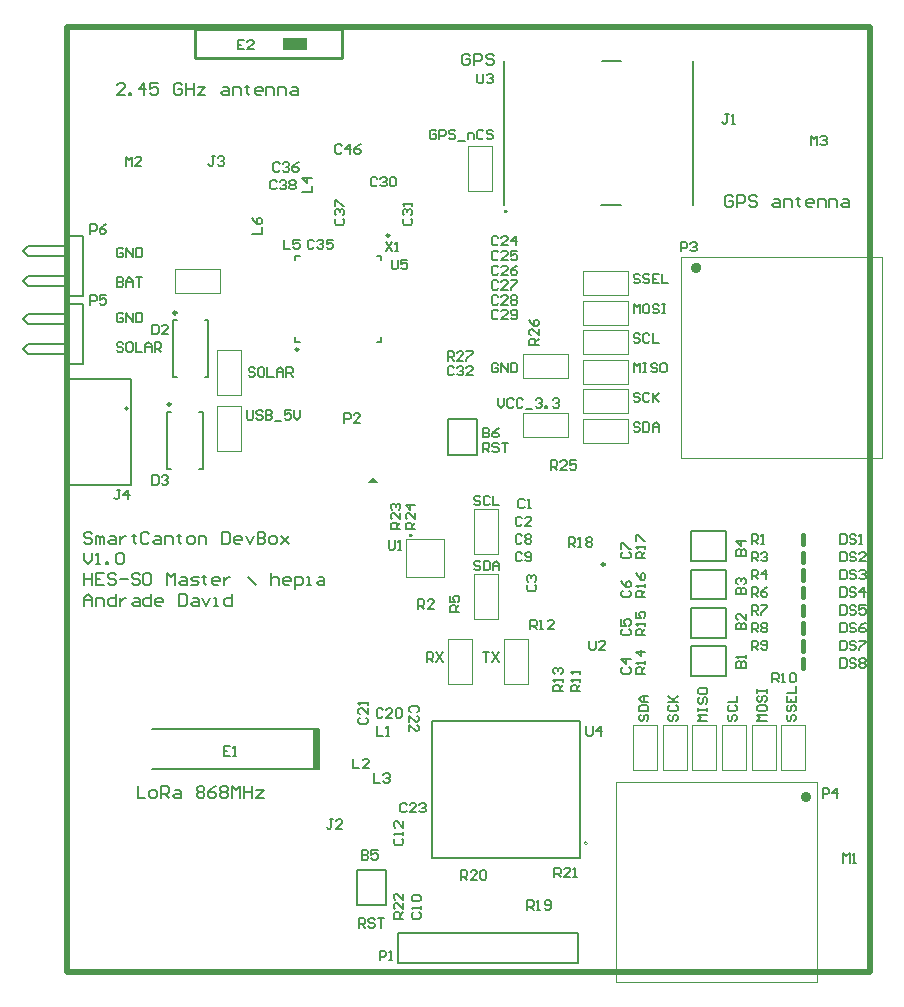
<source format=gto>
G04 Layer_Color=65535*
%FSLAX44Y44*%
%MOMM*%
G71*
G01*
G75*
%ADD46C,0.2000*%
%ADD47C,0.3000*%
%ADD48C,0.1000*%
%ADD49C,0.5000*%
%ADD51C,0.1500*%
%ADD53C,0.2500*%
%ADD97C,0.0000*%
%ADD98C,0.3800*%
%ADD99C,0.1270*%
%ADD100C,0.1600*%
%ADD101C,0.2540*%
%ADD102C,0.4000*%
%ADD103R,2.0000X1.0000*%
%ADD104R,0.5500X3.4000*%
G36*
X264680Y414320D02*
X254520D01*
X259600Y419400D01*
X264680Y414320D01*
D02*
G37*
D46*
X51660Y476860D02*
G03*
X51660Y476860I-1000J0D01*
G01*
X193500Y533500D02*
X197250D01*
X193500D02*
Y537250D01*
Y602750D02*
Y606500D01*
X197250D01*
X262750D02*
X266500D01*
Y602750D02*
Y606500D01*
X262750Y533500D02*
X266500D01*
Y537250D01*
X-33017Y580367D02*
X850D01*
X-37250Y584600D02*
X-33017Y580367D01*
X-37250Y584600D02*
X-33017Y588833D01*
X850D01*
X-33017Y605767D02*
X850D01*
X-37250Y610000D02*
X-33017Y605767D01*
X-37250Y610000D02*
X-33017Y614233D01*
X850D01*
X13549Y571900D02*
Y622700D01*
X850D02*
X13549D01*
X850Y571900D02*
X13549D01*
X850D02*
Y622700D01*
X-32767Y523367D02*
X1099D01*
X-37001Y527600D02*
X-32767Y523367D01*
X-37001Y527600D02*
X-32767Y531833D01*
X1099D01*
X-32767Y548767D02*
X1099D01*
X-37001Y553000D02*
X-32767Y548767D01*
X-37001Y553000D02*
X-32767Y557233D01*
X1099D01*
X13800Y514900D02*
Y565700D01*
X1099D02*
X13800D01*
X1099Y514900D02*
X13800D01*
X1099D02*
Y565700D01*
X280300Y7300D02*
Y32700D01*
X432700Y7300D02*
Y32700D01*
X280300Y7300D02*
X432700D01*
X280300Y32700D02*
X432700D01*
X660Y501860D02*
X54660D01*
X660Y411860D02*
X54660D01*
Y501860D01*
X214000Y172000D02*
Y206000D01*
X72000D02*
X214000D01*
X72000Y172000D02*
X214000D01*
X85000Y426000D02*
Y474000D01*
X115000Y426000D02*
Y474000D01*
X85000Y426000D02*
X88250D01*
X85000Y474000D02*
X88250D01*
X111750Y426000D02*
X115000D01*
X111750Y474000D02*
X115000D01*
X90000Y503500D02*
Y551500D01*
X120000Y503500D02*
Y551500D01*
X90000Y503500D02*
X93250D01*
X90000Y551500D02*
X93250D01*
X116750Y503500D02*
X120000D01*
X116750Y551500D02*
X120000D01*
X347500Y437750D02*
Y467750D01*
X322500Y437750D02*
Y467750D01*
X347500D01*
X322500Y437750D02*
X347500D01*
X270500Y56500D02*
Y86500D01*
X245500Y56500D02*
Y86500D01*
X270500D01*
X245500Y56500D02*
X270500D01*
X528250Y373000D02*
X558250D01*
X528250Y348000D02*
X558250D01*
X528250D02*
Y373000D01*
X558250Y348000D02*
Y373000D01*
X528250Y340500D02*
X558250D01*
X528250Y315500D02*
X558250D01*
X528250D02*
Y340500D01*
X558250Y315500D02*
Y340500D01*
X528250Y308000D02*
X558250D01*
X528250Y283000D02*
X558250D01*
X528250D02*
Y308000D01*
X558250Y283000D02*
Y308000D01*
X528250Y275500D02*
X558250D01*
X528250Y250500D02*
X558250D01*
X528250D02*
Y275500D01*
X558250Y250500D02*
Y275500D01*
X341665Y775831D02*
X339998Y777497D01*
X336666D01*
X335000Y775831D01*
Y769166D01*
X336666Y767500D01*
X339998D01*
X341665Y769166D01*
Y772498D01*
X338332D01*
X344997Y767500D02*
Y777497D01*
X349995D01*
X351661Y775831D01*
Y772498D01*
X349995Y770832D01*
X344997D01*
X361658Y775831D02*
X359992Y777497D01*
X356660D01*
X354994Y775831D01*
Y774165D01*
X356660Y772498D01*
X359992D01*
X361658Y770832D01*
Y769166D01*
X359992Y767500D01*
X356660D01*
X354994Y769166D01*
X564165Y655831D02*
X562498Y657497D01*
X559166D01*
X557500Y655831D01*
Y649166D01*
X559166Y647500D01*
X562498D01*
X564165Y649166D01*
Y652498D01*
X560832D01*
X567497Y647500D02*
Y657497D01*
X572495D01*
X574161Y655831D01*
Y652498D01*
X572495Y650832D01*
X567497D01*
X584158Y655831D02*
X582492Y657497D01*
X579160D01*
X577494Y655831D01*
Y654165D01*
X579160Y652498D01*
X582492D01*
X584158Y650832D01*
Y649166D01*
X582492Y647500D01*
X579160D01*
X577494Y649166D01*
X599153Y654165D02*
X602486D01*
X604152Y652498D01*
Y647500D01*
X599153D01*
X597487Y649166D01*
X599153Y650832D01*
X604152D01*
X607484Y647500D02*
Y654165D01*
X612482D01*
X614148Y652498D01*
Y647500D01*
X619147Y655831D02*
Y654165D01*
X617481D01*
X620813D01*
X619147D01*
Y649166D01*
X620813Y647500D01*
X630810D02*
X627477D01*
X625811Y649166D01*
Y652498D01*
X627477Y654165D01*
X630810D01*
X632476Y652498D01*
Y650832D01*
X625811D01*
X635808Y647500D02*
Y654165D01*
X640807D01*
X642473Y652498D01*
Y647500D01*
X645805D02*
Y654165D01*
X650803D01*
X652469Y652498D01*
Y647500D01*
X657468Y654165D02*
X660800D01*
X662466Y652498D01*
Y647500D01*
X657468D01*
X655802Y649166D01*
X657468Y650832D01*
X662466D01*
X49165Y742500D02*
X42500D01*
X49165Y749165D01*
Y750831D01*
X47498Y752497D01*
X44166D01*
X42500Y750831D01*
X52497Y742500D02*
Y744166D01*
X54163D01*
Y742500D01*
X52497D01*
X65826D02*
Y752497D01*
X60827Y747498D01*
X67492D01*
X77489Y752497D02*
X70824D01*
Y747498D01*
X74156Y749165D01*
X75823D01*
X77489Y747498D01*
Y744166D01*
X75823Y742500D01*
X72490D01*
X70824Y744166D01*
X97482Y750831D02*
X95816Y752497D01*
X92484D01*
X90818Y750831D01*
Y744166D01*
X92484Y742500D01*
X95816D01*
X97482Y744166D01*
Y747498D01*
X94150D01*
X100815Y752497D02*
Y742500D01*
Y747498D01*
X107479D01*
Y752497D01*
Y742500D01*
X110811Y749165D02*
X117476D01*
X110811Y742500D01*
X117476D01*
X132471Y749165D02*
X135803D01*
X137469Y747498D01*
Y742500D01*
X132471D01*
X130805Y744166D01*
X132471Y745832D01*
X137469D01*
X140802Y742500D02*
Y749165D01*
X145800D01*
X147466Y747498D01*
Y742500D01*
X152465Y750831D02*
Y749165D01*
X150798D01*
X154131D01*
X152465D01*
Y744166D01*
X154131Y742500D01*
X164128D02*
X160795D01*
X159129Y744166D01*
Y747498D01*
X160795Y749165D01*
X164128D01*
X165794Y747498D01*
Y745832D01*
X159129D01*
X169126Y742500D02*
Y749165D01*
X174124D01*
X175790Y747498D01*
Y742500D01*
X179123D02*
Y749165D01*
X184121D01*
X185787Y747498D01*
Y742500D01*
X190786Y749165D02*
X194118D01*
X195784Y747498D01*
Y742500D01*
X190786D01*
X189119Y744166D01*
X190786Y745832D01*
X195784D01*
X60000Y156997D02*
Y147000D01*
X66665D01*
X71663D02*
X74995D01*
X76661Y148666D01*
Y151998D01*
X74995Y153665D01*
X71663D01*
X69997Y151998D01*
Y148666D01*
X71663Y147000D01*
X79994D02*
Y156997D01*
X84992D01*
X86658Y155331D01*
Y151998D01*
X84992Y150332D01*
X79994D01*
X83326D02*
X86658Y147000D01*
X91657Y153665D02*
X94989D01*
X96655Y151998D01*
Y147000D01*
X91657D01*
X89990Y148666D01*
X91657Y150332D01*
X96655D01*
X109984Y155331D02*
X111650Y156997D01*
X114982D01*
X116648Y155331D01*
Y153665D01*
X114982Y151998D01*
X116648Y150332D01*
Y148666D01*
X114982Y147000D01*
X111650D01*
X109984Y148666D01*
Y150332D01*
X111650Y151998D01*
X109984Y153665D01*
Y155331D01*
X111650Y151998D02*
X114982D01*
X126645Y156997D02*
X123313Y155331D01*
X119981Y151998D01*
Y148666D01*
X121647Y147000D01*
X124979D01*
X126645Y148666D01*
Y150332D01*
X124979Y151998D01*
X119981D01*
X129978Y155331D02*
X131644Y156997D01*
X134976D01*
X136642Y155331D01*
Y153665D01*
X134976Y151998D01*
X136642Y150332D01*
Y148666D01*
X134976Y147000D01*
X131644D01*
X129978Y148666D01*
Y150332D01*
X131644Y151998D01*
X129978Y153665D01*
Y155331D01*
X131644Y151998D02*
X134976D01*
X139974Y147000D02*
Y156997D01*
X143307Y153665D01*
X146639Y156997D01*
Y147000D01*
X149971Y156997D02*
Y147000D01*
Y151998D01*
X156636D01*
Y156997D01*
Y147000D01*
X159968Y153665D02*
X166632D01*
X159968Y147000D01*
X166632D01*
X15000Y310000D02*
Y316665D01*
X18332Y319997D01*
X21665Y316665D01*
Y310000D01*
Y314998D01*
X15000D01*
X24997Y310000D02*
Y316665D01*
X29995D01*
X31661Y314998D01*
Y310000D01*
X41658Y319997D02*
Y310000D01*
X36660D01*
X34994Y311666D01*
Y314998D01*
X36660Y316665D01*
X41658D01*
X44990D02*
Y310000D01*
Y313332D01*
X46656Y314998D01*
X48323Y316665D01*
X49989D01*
X56653D02*
X59985D01*
X61652Y314998D01*
Y310000D01*
X56653D01*
X54987Y311666D01*
X56653Y313332D01*
X61652D01*
X71648Y319997D02*
Y310000D01*
X66650D01*
X64984Y311666D01*
Y314998D01*
X66650Y316665D01*
X71648D01*
X79979Y310000D02*
X76647D01*
X74981Y311666D01*
Y314998D01*
X76647Y316665D01*
X79979D01*
X81645Y314998D01*
Y313332D01*
X74981D01*
X94974Y319997D02*
Y310000D01*
X99973D01*
X101639Y311666D01*
Y318331D01*
X99973Y319997D01*
X94974D01*
X106637Y316665D02*
X109969D01*
X111636Y314998D01*
Y310000D01*
X106637D01*
X104971Y311666D01*
X106637Y313332D01*
X111636D01*
X114968Y316665D02*
X118300Y310000D01*
X121632Y316665D01*
X124965Y310000D02*
X128297D01*
X126631D01*
Y316665D01*
X124965D01*
X139960Y319997D02*
Y310000D01*
X134961D01*
X133295Y311666D01*
Y314998D01*
X134961Y316665D01*
X139960D01*
X15000Y337497D02*
Y327500D01*
Y332498D01*
X21665D01*
Y337497D01*
Y327500D01*
X31661Y337497D02*
X24997D01*
Y327500D01*
X31661D01*
X24997Y332498D02*
X28329D01*
X41658Y335831D02*
X39992Y337497D01*
X36660D01*
X34994Y335831D01*
Y334165D01*
X36660Y332498D01*
X39992D01*
X41658Y330832D01*
Y329166D01*
X39992Y327500D01*
X36660D01*
X34994Y329166D01*
X44990Y332498D02*
X51655D01*
X61652Y335831D02*
X59985Y337497D01*
X56653D01*
X54987Y335831D01*
Y334165D01*
X56653Y332498D01*
X59985D01*
X61652Y330832D01*
Y329166D01*
X59985Y327500D01*
X56653D01*
X54987Y329166D01*
X69982Y337497D02*
X66650D01*
X64984Y335831D01*
Y329166D01*
X66650Y327500D01*
X69982D01*
X71648Y329166D01*
Y335831D01*
X69982Y337497D01*
X84978Y327500D02*
Y337497D01*
X88310Y334165D01*
X91642Y337497D01*
Y327500D01*
X96640Y334165D02*
X99973D01*
X101639Y332498D01*
Y327500D01*
X96640D01*
X94974Y329166D01*
X96640Y330832D01*
X101639D01*
X104971Y327500D02*
X109969D01*
X111636Y329166D01*
X109969Y330832D01*
X106637D01*
X104971Y332498D01*
X106637Y334165D01*
X111636D01*
X116634Y335831D02*
Y334165D01*
X114968D01*
X118300D01*
X116634D01*
Y329166D01*
X118300Y327500D01*
X128297D02*
X124965D01*
X123298Y329166D01*
Y332498D01*
X124965Y334165D01*
X128297D01*
X129963Y332498D01*
Y330832D01*
X123298D01*
X133295Y334165D02*
Y327500D01*
Y330832D01*
X134961Y332498D01*
X136628Y334165D01*
X138294D01*
X159953Y327500D02*
X153289Y334165D01*
X173282Y337497D02*
Y327500D01*
Y332498D01*
X174949Y334165D01*
X178281D01*
X179947Y332498D01*
Y327500D01*
X188277D02*
X184945D01*
X183279Y329166D01*
Y332498D01*
X184945Y334165D01*
X188277D01*
X189944Y332498D01*
Y330832D01*
X183279D01*
X193276Y324168D02*
Y334165D01*
X198274D01*
X199940Y332498D01*
Y329166D01*
X198274Y327500D01*
X193276D01*
X203273D02*
X206605D01*
X204939D01*
Y334165D01*
X203273D01*
X213269D02*
X216602D01*
X218268Y332498D01*
Y327500D01*
X213269D01*
X211603Y329166D01*
X213269Y330832D01*
X218268D01*
X15000Y354997D02*
Y348332D01*
X18332Y345000D01*
X21665Y348332D01*
Y354997D01*
X24997Y345000D02*
X28329D01*
X26663D01*
Y354997D01*
X24997Y353331D01*
X33327Y345000D02*
Y346666D01*
X34994D01*
Y345000D01*
X33327D01*
X41658Y353331D02*
X43324Y354997D01*
X46656D01*
X48323Y353331D01*
Y346666D01*
X46656Y345000D01*
X43324D01*
X41658Y346666D01*
Y353331D01*
X21665Y370831D02*
X19998Y372497D01*
X16666D01*
X15000Y370831D01*
Y369165D01*
X16666Y367498D01*
X19998D01*
X21665Y365832D01*
Y364166D01*
X19998Y362500D01*
X16666D01*
X15000Y364166D01*
X24997Y362500D02*
Y369165D01*
X26663D01*
X28329Y367498D01*
Y362500D01*
Y367498D01*
X29995Y369165D01*
X31661Y367498D01*
Y362500D01*
X36660Y369165D02*
X39992D01*
X41658Y367498D01*
Y362500D01*
X36660D01*
X34994Y364166D01*
X36660Y365832D01*
X41658D01*
X44990Y369165D02*
Y362500D01*
Y365832D01*
X46656Y367498D01*
X48323Y369165D01*
X49989D01*
X56653Y370831D02*
Y369165D01*
X54987D01*
X58319D01*
X56653D01*
Y364166D01*
X58319Y362500D01*
X69982Y370831D02*
X68316Y372497D01*
X64984D01*
X63318Y370831D01*
Y364166D01*
X64984Y362500D01*
X68316D01*
X69982Y364166D01*
X74981Y369165D02*
X78313D01*
X79979Y367498D01*
Y362500D01*
X74981D01*
X73314Y364166D01*
X74981Y365832D01*
X79979D01*
X83311Y362500D02*
Y369165D01*
X88310D01*
X89976Y367498D01*
Y362500D01*
X94974Y370831D02*
Y369165D01*
X93308D01*
X96640D01*
X94974D01*
Y364166D01*
X96640Y362500D01*
X103305D02*
X106637D01*
X108303Y364166D01*
Y367498D01*
X106637Y369165D01*
X103305D01*
X101639Y367498D01*
Y364166D01*
X103305Y362500D01*
X111636D02*
Y369165D01*
X116634D01*
X118300Y367498D01*
Y362500D01*
X131629Y372497D02*
Y362500D01*
X136628D01*
X138294Y364166D01*
Y370831D01*
X136628Y372497D01*
X131629D01*
X146624Y362500D02*
X143292D01*
X141626Y364166D01*
Y367498D01*
X143292Y369165D01*
X146624D01*
X148290Y367498D01*
Y365832D01*
X141626D01*
X151623Y369165D02*
X154955Y362500D01*
X158287Y369165D01*
X161619Y372497D02*
Y362500D01*
X166618D01*
X168284Y364166D01*
Y365832D01*
X166618Y367498D01*
X161619D01*
X166618D01*
X168284Y369165D01*
Y370831D01*
X166618Y372497D01*
X161619D01*
X173282Y362500D02*
X176615D01*
X178281Y364166D01*
Y367498D01*
X176615Y369165D01*
X173282D01*
X171616Y367498D01*
Y364166D01*
X173282Y362500D01*
X181613Y369165D02*
X188277Y362500D01*
X184945Y365832D01*
X188277Y369165D01*
X181613Y362500D01*
D47*
X291350Y369500D02*
G03*
X291350Y369500I-100J0D01*
G01*
D48*
X287250Y366500D02*
X319250D01*
Y334500D02*
Y366500D01*
X287250Y334500D02*
X319250D01*
X287250D02*
Y366500D01*
X385950Y473160D02*
X424050D01*
Y452840D02*
Y473160D01*
X385950Y452840D02*
X424050D01*
X385950D02*
Y473160D01*
X127340Y440950D02*
Y479050D01*
X147660D01*
Y440950D02*
Y479050D01*
X127340Y440950D02*
X147660D01*
X385950Y502840D02*
X424050D01*
X385950D02*
Y523160D01*
X424050D01*
Y502840D02*
Y523160D01*
X91600Y594760D02*
X129700D01*
Y574440D02*
Y594760D01*
X91600Y574440D02*
X129700D01*
X91600D02*
Y594760D01*
X147660Y488450D02*
Y526550D01*
X127340Y488450D02*
X147660D01*
X127340D02*
Y526550D01*
X147660D01*
X437450Y543160D02*
X475550D01*
Y522840D02*
Y543160D01*
X437450Y522840D02*
X475550D01*
X437450D02*
Y543160D01*
Y447840D02*
X475550D01*
X437450D02*
Y468160D01*
X475550D01*
Y447840D02*
Y468160D01*
X365160Y353450D02*
Y391550D01*
X344840Y353450D02*
X365160D01*
X344840D02*
Y391550D01*
X365160D01*
X344840Y298450D02*
Y336550D01*
X365160D01*
Y298450D02*
Y336550D01*
X344840Y298450D02*
X365160D01*
X323090Y243950D02*
Y282050D01*
X343410D01*
Y243950D02*
Y282050D01*
X323090Y243950D02*
X343410D01*
X390160Y243450D02*
Y281550D01*
X369840Y243450D02*
X390160D01*
X369840D02*
Y281550D01*
X390160D01*
X437450Y547840D02*
X475550D01*
X437450D02*
Y568160D01*
X475550D01*
Y547840D02*
Y568160D01*
X437450Y497840D02*
X475550D01*
X437450D02*
Y518160D01*
X475550D01*
Y497840D02*
Y518160D01*
X437450Y472840D02*
X475550D01*
X437450D02*
Y493160D01*
X475550D01*
Y472840D02*
Y493160D01*
X339840Y660950D02*
Y699050D01*
X360160D01*
Y660950D02*
Y699050D01*
X339840Y660950D02*
X360160D01*
X437450Y572840D02*
X475550D01*
X437450D02*
Y593160D01*
X475550D01*
Y572840D02*
Y593160D01*
X635000Y156050D02*
Y161050D01*
X465000D02*
X635000D01*
Y-8950D02*
Y156050D01*
X465000Y-8950D02*
Y161050D01*
Y-8950D02*
X635000D01*
X519950Y605000D02*
X524950D01*
X519950Y435000D02*
Y605000D01*
X524950D02*
X689950D01*
X519950Y435000D02*
X689950D01*
Y605000D01*
X604840Y170950D02*
Y209050D01*
X625160D01*
Y170950D02*
Y209050D01*
X604840Y170950D02*
X625160D01*
X479840D02*
Y209050D01*
X500160D01*
Y170950D02*
Y209050D01*
X479840Y170950D02*
X500160D01*
X504840D02*
Y209050D01*
X525160D01*
Y170950D02*
Y209050D01*
X504840Y170950D02*
X525160D01*
X554840D02*
Y209050D01*
X575160D01*
Y170950D02*
Y209050D01*
X554840Y170950D02*
X575160D01*
X529840D02*
Y209050D01*
X550160D01*
Y170950D02*
Y209050D01*
X529840Y170950D02*
X550160D01*
X600160D02*
Y209050D01*
X579840Y170950D02*
X600160D01*
X579840D02*
Y209050D01*
X600160D01*
D49*
X628000Y148050D02*
G03*
X628000Y148050I-2000J0D01*
G01*
X534950Y596000D02*
G03*
X534950Y596000I-2000J0D01*
G01*
X0Y800000D02*
X680000D01*
Y0D02*
Y800000D01*
X0Y0D02*
X680000D01*
X0D02*
Y800000D01*
D51*
X159332Y510664D02*
X157999Y511997D01*
X155333D01*
X154000Y510664D01*
Y509332D01*
X155333Y507999D01*
X157999D01*
X159332Y506666D01*
Y505333D01*
X157999Y504000D01*
X155333D01*
X154000Y505333D01*
X165996Y511997D02*
X163330D01*
X161997Y510664D01*
Y505333D01*
X163330Y504000D01*
X165996D01*
X167329Y505333D01*
Y510664D01*
X165996Y511997D01*
X169995D02*
Y504000D01*
X175326D01*
X177992D02*
Y509332D01*
X180658Y511997D01*
X183324Y509332D01*
Y504000D01*
Y507999D01*
X177992D01*
X185990Y504000D02*
Y511997D01*
X189988D01*
X191321Y510664D01*
Y507999D01*
X189988Y506666D01*
X185990D01*
X188655D02*
X191321Y504000D01*
X270000Y617997D02*
X275332Y610000D01*
Y617997D02*
X270000Y610000D01*
X277997D02*
X280663D01*
X279330D01*
Y617997D01*
X277997Y616665D01*
X275000Y602997D02*
Y596333D01*
X276333Y595000D01*
X278999D01*
X280332Y596333D01*
Y602997D01*
X288329D02*
X282997D01*
Y598999D01*
X285663Y600332D01*
X286996D01*
X288329Y598999D01*
Y596333D01*
X286996Y595000D01*
X284330D01*
X282997Y596333D01*
X440000Y207997D02*
Y201333D01*
X441333Y200000D01*
X443999D01*
X445332Y201333D01*
Y207997D01*
X451996Y200000D02*
Y207997D01*
X447997Y203999D01*
X453329D01*
X347500Y760497D02*
Y753833D01*
X348833Y752500D01*
X351499D01*
X352832Y753833D01*
Y760497D01*
X355497Y759165D02*
X356830Y760497D01*
X359496D01*
X360829Y759165D01*
Y757832D01*
X359496Y756499D01*
X358163D01*
X359496D01*
X360829Y755166D01*
Y753833D01*
X359496Y752500D01*
X356830D01*
X355497Y753833D01*
X442500Y280497D02*
Y273833D01*
X443833Y272500D01*
X446499D01*
X447832Y273833D01*
Y280497D01*
X455829Y272500D02*
X450497D01*
X455829Y277832D01*
Y279165D01*
X454496Y280497D01*
X451830D01*
X450497Y279165D01*
X272500Y365497D02*
Y358833D01*
X273833Y357500D01*
X276499D01*
X277832Y358833D01*
Y365497D01*
X280497Y357500D02*
X283163D01*
X281830D01*
Y365497D01*
X280497Y364165D01*
X322500Y517500D02*
Y525497D01*
X326499D01*
X327832Y524165D01*
Y521499D01*
X326499Y520166D01*
X322500D01*
X325166D02*
X327832Y517500D01*
X335829D02*
X330497D01*
X335829Y522832D01*
Y524165D01*
X334496Y525497D01*
X331830D01*
X330497Y524165D01*
X338495Y525497D02*
X343826D01*
Y524165D01*
X338495Y518833D01*
Y517500D01*
X399553Y530809D02*
X391556D01*
Y534808D01*
X392888Y536141D01*
X395554D01*
X396887Y534808D01*
Y530809D01*
Y533475D02*
X399553Y536141D01*
Y544138D02*
Y538806D01*
X394221Y544138D01*
X392888D01*
X391556Y542805D01*
Y540139D01*
X392888Y538806D01*
X391556Y552135D02*
X392888Y549470D01*
X395554Y546804D01*
X398220D01*
X399553Y548137D01*
Y550803D01*
X398220Y552135D01*
X396887D01*
X395554Y550803D01*
Y546804D01*
X410000Y425000D02*
Y432997D01*
X413999D01*
X415332Y431665D01*
Y428999D01*
X413999Y427666D01*
X410000D01*
X412666D02*
X415332Y425000D01*
X423329D02*
X417997D01*
X423329Y430332D01*
Y431665D01*
X421996Y432997D01*
X419330D01*
X417997Y431665D01*
X431326Y432997D02*
X425995D01*
Y428999D01*
X428661Y430332D01*
X429994D01*
X431326Y428999D01*
Y426333D01*
X429994Y425000D01*
X427328D01*
X425995Y426333D01*
X295000Y375000D02*
X287003D01*
Y378999D01*
X288335Y380332D01*
X291001D01*
X292334Y378999D01*
Y375000D01*
Y377666D02*
X295000Y380332D01*
Y388329D02*
Y382997D01*
X289668Y388329D01*
X288335D01*
X287003Y386996D01*
Y384330D01*
X288335Y382997D01*
X295000Y394994D02*
X287003D01*
X291001Y390995D01*
Y396326D01*
X282500Y375000D02*
X274503D01*
Y378999D01*
X275835Y380332D01*
X278501D01*
X279834Y378999D01*
Y375000D01*
Y377666D02*
X282500Y380332D01*
Y388329D02*
Y382997D01*
X277168Y388329D01*
X275835D01*
X274503Y386996D01*
Y384330D01*
X275835Y382997D01*
Y390995D02*
X274503Y392328D01*
Y394994D01*
X275835Y396326D01*
X277168D01*
X278501Y394994D01*
Y393661D01*
Y394994D01*
X279834Y396326D01*
X281167D01*
X282500Y394994D01*
Y392328D01*
X281167Y390995D01*
X285000Y45000D02*
X277003D01*
Y48999D01*
X278335Y50332D01*
X281001D01*
X282334Y48999D01*
Y45000D01*
Y47666D02*
X285000Y50332D01*
Y58329D02*
Y52997D01*
X279668Y58329D01*
X278335D01*
X277003Y56996D01*
Y54330D01*
X278335Y52997D01*
X285000Y66326D02*
Y60995D01*
X279668Y66326D01*
X278335D01*
X277003Y64994D01*
Y62328D01*
X278335Y60995D01*
X413000Y80000D02*
Y87997D01*
X416999D01*
X418332Y86664D01*
Y83999D01*
X416999Y82666D01*
X413000D01*
X415666D02*
X418332Y80000D01*
X426329D02*
X420997D01*
X426329Y85332D01*
Y86664D01*
X424996Y87997D01*
X422330D01*
X420997Y86664D01*
X428995Y80000D02*
X431661D01*
X430328D01*
Y87997D01*
X428995Y86664D01*
X334000Y78000D02*
Y85997D01*
X337999D01*
X339332Y84664D01*
Y81999D01*
X337999Y80666D01*
X334000D01*
X336666D02*
X339332Y78000D01*
X347329D02*
X341997D01*
X347329Y83332D01*
Y84664D01*
X345996Y85997D01*
X343330D01*
X341997Y84664D01*
X349995D02*
X351328Y85997D01*
X353994D01*
X355326Y84664D01*
Y79333D01*
X353994Y78000D01*
X351328D01*
X349995Y79333D01*
Y84664D01*
X390000Y52500D02*
Y60497D01*
X393999D01*
X395332Y59165D01*
Y56499D01*
X393999Y55166D01*
X390000D01*
X392666D02*
X395332Y52500D01*
X397997D02*
X400663D01*
X399330D01*
Y60497D01*
X397997Y59165D01*
X404662Y53833D02*
X405995Y52500D01*
X408661D01*
X409994Y53833D01*
Y59165D01*
X408661Y60497D01*
X405995D01*
X404662Y59165D01*
Y57832D01*
X405995Y56499D01*
X409994D01*
X425000Y360000D02*
Y367997D01*
X428999D01*
X430332Y366665D01*
Y363999D01*
X428999Y362666D01*
X425000D01*
X427666D02*
X430332Y360000D01*
X432997D02*
X435663D01*
X434330D01*
Y367997D01*
X432997Y366665D01*
X439662D02*
X440995Y367997D01*
X443661D01*
X444994Y366665D01*
Y365332D01*
X443661Y363999D01*
X444994Y362666D01*
Y361333D01*
X443661Y360000D01*
X440995D01*
X439662Y361333D01*
Y362666D01*
X440995Y363999D01*
X439662Y365332D01*
Y366665D01*
X440995Y363999D02*
X443661D01*
X490000Y350000D02*
X482003D01*
Y353999D01*
X483335Y355332D01*
X486001D01*
X487334Y353999D01*
Y350000D01*
Y352666D02*
X490000Y355332D01*
Y357997D02*
Y360663D01*
Y359330D01*
X482003D01*
X483335Y357997D01*
X482003Y364662D02*
Y369994D01*
X483335D01*
X488667Y364662D01*
X490000D01*
Y317500D02*
X482003D01*
Y321499D01*
X483335Y322832D01*
X486001D01*
X487334Y321499D01*
Y317500D01*
Y320166D02*
X490000Y322832D01*
Y325497D02*
Y328163D01*
Y326830D01*
X482003D01*
X483335Y325497D01*
X482003Y337494D02*
X483335Y334828D01*
X486001Y332162D01*
X488667D01*
X490000Y333495D01*
Y336161D01*
X488667Y337494D01*
X487334D01*
X486001Y336161D01*
Y332162D01*
X490000Y285000D02*
X482003D01*
Y288999D01*
X483335Y290332D01*
X486001D01*
X487334Y288999D01*
Y285000D01*
Y287666D02*
X490000Y290332D01*
Y292997D02*
Y295663D01*
Y294330D01*
X482003D01*
X483335Y292997D01*
X482003Y304993D02*
Y299662D01*
X486001D01*
X484668Y302328D01*
Y303661D01*
X486001Y304993D01*
X488667D01*
X490000Y303661D01*
Y300995D01*
X488667Y299662D01*
X490000Y252500D02*
X482003D01*
Y256499D01*
X483335Y257832D01*
X486001D01*
X487334Y256499D01*
Y252500D01*
Y255166D02*
X490000Y257832D01*
Y260497D02*
Y263163D01*
Y261830D01*
X482003D01*
X483335Y260497D01*
X490000Y271161D02*
X482003D01*
X486001Y267162D01*
Y272494D01*
X420000Y237500D02*
X412003D01*
Y241499D01*
X413335Y242832D01*
X416001D01*
X417334Y241499D01*
Y237500D01*
Y240166D02*
X420000Y242832D01*
Y245497D02*
Y248163D01*
Y246830D01*
X412003D01*
X413335Y245497D01*
Y252162D02*
X412003Y253495D01*
Y256161D01*
X413335Y257494D01*
X414668D01*
X416001Y256161D01*
Y254828D01*
Y256161D01*
X417334Y257494D01*
X418667D01*
X420000Y256161D01*
Y253495D01*
X418667Y252162D01*
X392500Y290000D02*
Y297997D01*
X396499D01*
X397832Y296665D01*
Y293999D01*
X396499Y292666D01*
X392500D01*
X395166D02*
X397832Y290000D01*
X400497D02*
X403163D01*
X401830D01*
Y297997D01*
X400497Y296665D01*
X412494Y290000D02*
X407162D01*
X412494Y295332D01*
Y296665D01*
X411161Y297997D01*
X408495D01*
X407162Y296665D01*
X435000Y237500D02*
X427003D01*
Y241499D01*
X428335Y242832D01*
X431001D01*
X432334Y241499D01*
Y237500D01*
Y240166D02*
X435000Y242832D01*
Y245497D02*
Y248163D01*
Y246830D01*
X427003D01*
X428335Y245497D01*
X435000Y252162D02*
Y254828D01*
Y253495D01*
X427003D01*
X428335Y252162D01*
X597500Y245000D02*
Y252997D01*
X601499D01*
X602832Y251665D01*
Y248999D01*
X601499Y247666D01*
X597500D01*
X600166D02*
X602832Y245000D01*
X605497D02*
X608163D01*
X606830D01*
Y252997D01*
X605497Y251665D01*
X612162D02*
X613495Y252997D01*
X616161D01*
X617494Y251665D01*
Y246333D01*
X616161Y245000D01*
X613495D01*
X612162Y246333D01*
Y251665D01*
X580000Y272500D02*
Y280497D01*
X583999D01*
X585332Y279165D01*
Y276499D01*
X583999Y275166D01*
X580000D01*
X582666D02*
X585332Y272500D01*
X587997Y273833D02*
X589330Y272500D01*
X591996D01*
X593329Y273833D01*
Y279165D01*
X591996Y280497D01*
X589330D01*
X587997Y279165D01*
Y277832D01*
X589330Y276499D01*
X593329D01*
X580000Y287500D02*
Y295497D01*
X583999D01*
X585332Y294165D01*
Y291499D01*
X583999Y290166D01*
X580000D01*
X582666D02*
X585332Y287500D01*
X587997Y294165D02*
X589330Y295497D01*
X591996D01*
X593329Y294165D01*
Y292832D01*
X591996Y291499D01*
X593329Y290166D01*
Y288833D01*
X591996Y287500D01*
X589330D01*
X587997Y288833D01*
Y290166D01*
X589330Y291499D01*
X587997Y292832D01*
Y294165D01*
X589330Y291499D02*
X591996D01*
X580000Y302500D02*
Y310497D01*
X583999D01*
X585332Y309165D01*
Y306499D01*
X583999Y305166D01*
X580000D01*
X582666D02*
X585332Y302500D01*
X587997Y310497D02*
X593329D01*
Y309165D01*
X587997Y303833D01*
Y302500D01*
X580000Y317500D02*
Y325497D01*
X583999D01*
X585332Y324165D01*
Y321499D01*
X583999Y320166D01*
X580000D01*
X582666D02*
X585332Y317500D01*
X593329Y325497D02*
X590663Y324165D01*
X587997Y321499D01*
Y318833D01*
X589330Y317500D01*
X591996D01*
X593329Y318833D01*
Y320166D01*
X591996Y321499D01*
X587997D01*
X332500Y305000D02*
X324503D01*
Y308999D01*
X325835Y310332D01*
X328501D01*
X329834Y308999D01*
Y305000D01*
Y307666D02*
X332500Y310332D01*
X324503Y318329D02*
Y312997D01*
X328501D01*
X327168Y315663D01*
Y316996D01*
X328501Y318329D01*
X331167D01*
X332500Y316996D01*
Y314330D01*
X331167Y312997D01*
X580000Y332500D02*
Y340497D01*
X583999D01*
X585332Y339165D01*
Y336499D01*
X583999Y335166D01*
X580000D01*
X582666D02*
X585332Y332500D01*
X591996D02*
Y340497D01*
X587997Y336499D01*
X593329D01*
X580000Y347500D02*
Y355497D01*
X583999D01*
X585332Y354165D01*
Y351499D01*
X583999Y350166D01*
X580000D01*
X582666D02*
X585332Y347500D01*
X587997Y354165D02*
X589330Y355497D01*
X591996D01*
X593329Y354165D01*
Y352832D01*
X591996Y351499D01*
X590663D01*
X591996D01*
X593329Y350166D01*
Y348833D01*
X591996Y347500D01*
X589330D01*
X587997Y348833D01*
X297500Y307500D02*
Y315497D01*
X301499D01*
X302832Y314165D01*
Y311499D01*
X301499Y310166D01*
X297500D01*
X300166D02*
X302832Y307500D01*
X310829D02*
X305497D01*
X310829Y312832D01*
Y314165D01*
X309496Y315497D01*
X306830D01*
X305497Y314165D01*
X580000Y362500D02*
Y370497D01*
X583999D01*
X585332Y369165D01*
Y366499D01*
X583999Y365166D01*
X580000D01*
X582666D02*
X585332Y362500D01*
X587997D02*
X590663D01*
X589330D01*
Y370497D01*
X587997Y369165D01*
X20000Y625000D02*
Y632997D01*
X23999D01*
X25332Y631665D01*
Y628999D01*
X23999Y627666D01*
X20000D01*
X33329Y632997D02*
X30663Y631665D01*
X27997Y628999D01*
Y626333D01*
X29330Y625000D01*
X31996D01*
X33329Y626333D01*
Y627666D01*
X31996Y628999D01*
X27997D01*
X20000Y565000D02*
Y572997D01*
X23999D01*
X25332Y571665D01*
Y568999D01*
X23999Y567666D01*
X20000D01*
X33329Y572997D02*
X27997D01*
Y568999D01*
X30663Y570332D01*
X31996D01*
X33329Y568999D01*
Y566333D01*
X31996Y565000D01*
X29330D01*
X27997Y566333D01*
X640000Y147500D02*
Y155497D01*
X643999D01*
X645332Y154164D01*
Y151499D01*
X643999Y150166D01*
X640000D01*
X651996Y147500D02*
Y155497D01*
X647997Y151499D01*
X653329D01*
X520000Y610000D02*
Y617997D01*
X523999D01*
X525332Y616665D01*
Y613999D01*
X523999Y612666D01*
X520000D01*
X527997Y616665D02*
X529330Y617997D01*
X531996D01*
X533329Y616665D01*
Y615332D01*
X531996Y613999D01*
X530663D01*
X531996D01*
X533329Y612666D01*
Y611333D01*
X531996Y610000D01*
X529330D01*
X527997Y611333D01*
X235000Y465000D02*
Y472997D01*
X238999D01*
X240332Y471665D01*
Y468999D01*
X238999Y467666D01*
X235000D01*
X248329Y465000D02*
X242997D01*
X248329Y470332D01*
Y471665D01*
X246996Y472997D01*
X244330D01*
X242997Y471665D01*
X265000Y10000D02*
Y17997D01*
X268999D01*
X270332Y16665D01*
Y13999D01*
X268999Y12666D01*
X265000D01*
X272997Y10000D02*
X275663D01*
X274330D01*
Y17997D01*
X272997Y16665D01*
X630000Y700000D02*
Y707997D01*
X632666Y705332D01*
X635332Y707997D01*
Y700000D01*
X637997Y706665D02*
X639330Y707997D01*
X641996D01*
X643329Y706665D01*
Y705332D01*
X641996Y703999D01*
X640663D01*
X641996D01*
X643329Y702666D01*
Y701333D01*
X641996Y700000D01*
X639330D01*
X637997Y701333D01*
X50000Y682000D02*
Y689997D01*
X52666Y687332D01*
X55332Y689997D01*
Y682000D01*
X63329D02*
X57997D01*
X63329Y687332D01*
Y688664D01*
X61996Y689997D01*
X59330D01*
X57997Y688664D01*
X657500Y92500D02*
Y100497D01*
X660166Y97832D01*
X662832Y100497D01*
Y92500D01*
X665497D02*
X668163D01*
X666830D01*
Y100497D01*
X665497Y99164D01*
X157003Y625000D02*
X165000D01*
Y630332D01*
X157003Y638329D02*
X158336Y635663D01*
X161001Y632997D01*
X163667D01*
X165000Y634330D01*
Y636996D01*
X163667Y638329D01*
X162334D01*
X161001Y636996D01*
Y632997D01*
X184000Y619997D02*
Y612000D01*
X189332D01*
X197329Y619997D02*
X191997D01*
Y615999D01*
X194663Y617332D01*
X195996D01*
X197329Y615999D01*
Y613333D01*
X195996Y612000D01*
X193330D01*
X191997Y613333D01*
X199503Y660000D02*
X207500D01*
Y665332D01*
Y671996D02*
X199503D01*
X203501Y667997D01*
Y673329D01*
X260000Y167997D02*
Y160000D01*
X265332D01*
X267997Y166665D02*
X269330Y167997D01*
X271996D01*
X273329Y166665D01*
Y165332D01*
X271996Y163999D01*
X270663D01*
X271996D01*
X273329Y162666D01*
Y161333D01*
X271996Y160000D01*
X269330D01*
X267997Y161333D01*
X242500Y180497D02*
Y172500D01*
X247832D01*
X255829D02*
X250497D01*
X255829Y177832D01*
Y179165D01*
X254496Y180497D01*
X251830D01*
X250497Y179165D01*
X262500Y207997D02*
Y200000D01*
X267832D01*
X270497D02*
X273163D01*
X271830D01*
Y207997D01*
X270497Y206665D01*
X45332Y407997D02*
X42666D01*
X43999D01*
Y401333D01*
X42666Y400000D01*
X41333D01*
X40000Y401333D01*
X51996Y400000D02*
Y407997D01*
X47997Y403999D01*
X53329D01*
X125332Y690497D02*
X122666D01*
X123999D01*
Y683833D01*
X122666Y682500D01*
X121333D01*
X120000Y683833D01*
X127997Y689165D02*
X129330Y690497D01*
X131996D01*
X133329Y689165D01*
Y687832D01*
X131996Y686499D01*
X130663D01*
X131996D01*
X133329Y685166D01*
Y683833D01*
X131996Y682500D01*
X129330D01*
X127997Y683833D01*
X225332Y128997D02*
X222666D01*
X223999D01*
Y122333D01*
X222666Y121000D01*
X221333D01*
X220000Y122333D01*
X233329Y121000D02*
X227997D01*
X233329Y126332D01*
Y127664D01*
X231996Y128997D01*
X229330D01*
X227997Y127664D01*
X560332Y725997D02*
X557666D01*
X558999D01*
Y719333D01*
X557666Y718000D01*
X556333D01*
X555000Y719333D01*
X562997Y718000D02*
X565663D01*
X564330D01*
Y725997D01*
X562997Y724665D01*
X150332Y788997D02*
X145000D01*
Y781000D01*
X150332D01*
X145000Y784999D02*
X147666D01*
X158329Y781000D02*
X152997D01*
X158329Y786332D01*
Y787664D01*
X156996Y788997D01*
X154330D01*
X152997Y787664D01*
X138332Y190997D02*
X133000D01*
Y183000D01*
X138332D01*
X133000Y186999D02*
X135666D01*
X140997Y183000D02*
X143663D01*
X142330D01*
Y190997D01*
X140997Y189664D01*
X655000Y265497D02*
Y257500D01*
X658999D01*
X660332Y258833D01*
Y264165D01*
X658999Y265497D01*
X655000D01*
X668329Y264165D02*
X666996Y265497D01*
X664330D01*
X662997Y264165D01*
Y262832D01*
X664330Y261499D01*
X666996D01*
X668329Y260166D01*
Y258833D01*
X666996Y257500D01*
X664330D01*
X662997Y258833D01*
X670995Y264165D02*
X672328Y265497D01*
X674994D01*
X676327Y264165D01*
Y262832D01*
X674994Y261499D01*
X676327Y260166D01*
Y258833D01*
X674994Y257500D01*
X672328D01*
X670995Y258833D01*
Y260166D01*
X672328Y261499D01*
X670995Y262832D01*
Y264165D01*
X672328Y261499D02*
X674994D01*
X655000Y280497D02*
Y272500D01*
X658999D01*
X660332Y273833D01*
Y279165D01*
X658999Y280497D01*
X655000D01*
X668329Y279165D02*
X666996Y280497D01*
X664330D01*
X662997Y279165D01*
Y277832D01*
X664330Y276499D01*
X666996D01*
X668329Y275166D01*
Y273833D01*
X666996Y272500D01*
X664330D01*
X662997Y273833D01*
X670995Y280497D02*
X676327D01*
Y279165D01*
X670995Y273833D01*
Y272500D01*
X655000Y295497D02*
Y287500D01*
X658999D01*
X660332Y288833D01*
Y294165D01*
X658999Y295497D01*
X655000D01*
X668329Y294165D02*
X666996Y295497D01*
X664330D01*
X662997Y294165D01*
Y292832D01*
X664330Y291499D01*
X666996D01*
X668329Y290166D01*
Y288833D01*
X666996Y287500D01*
X664330D01*
X662997Y288833D01*
X676327Y295497D02*
X673661Y294165D01*
X670995Y291499D01*
Y288833D01*
X672328Y287500D01*
X674994D01*
X676327Y288833D01*
Y290166D01*
X674994Y291499D01*
X670995D01*
X655000Y310497D02*
Y302500D01*
X658999D01*
X660332Y303833D01*
Y309165D01*
X658999Y310497D01*
X655000D01*
X668329Y309165D02*
X666996Y310497D01*
X664330D01*
X662997Y309165D01*
Y307832D01*
X664330Y306499D01*
X666996D01*
X668329Y305166D01*
Y303833D01*
X666996Y302500D01*
X664330D01*
X662997Y303833D01*
X676327Y310497D02*
X670995D01*
Y306499D01*
X673661Y307832D01*
X674994D01*
X676327Y306499D01*
Y303833D01*
X674994Y302500D01*
X672328D01*
X670995Y303833D01*
X655000Y325497D02*
Y317500D01*
X658999D01*
X660332Y318833D01*
Y324165D01*
X658999Y325497D01*
X655000D01*
X668329Y324165D02*
X666996Y325497D01*
X664330D01*
X662997Y324165D01*
Y322832D01*
X664330Y321499D01*
X666996D01*
X668329Y320166D01*
Y318833D01*
X666996Y317500D01*
X664330D01*
X662997Y318833D01*
X674994Y317500D02*
Y325497D01*
X670995Y321499D01*
X676327D01*
X655000Y340497D02*
Y332500D01*
X658999D01*
X660332Y333833D01*
Y339165D01*
X658999Y340497D01*
X655000D01*
X668329Y339165D02*
X666996Y340497D01*
X664330D01*
X662997Y339165D01*
Y337832D01*
X664330Y336499D01*
X666996D01*
X668329Y335166D01*
Y333833D01*
X666996Y332500D01*
X664330D01*
X662997Y333833D01*
X670995Y339165D02*
X672328Y340497D01*
X674994D01*
X676327Y339165D01*
Y337832D01*
X674994Y336499D01*
X673661D01*
X674994D01*
X676327Y335166D01*
Y333833D01*
X674994Y332500D01*
X672328D01*
X670995Y333833D01*
X655000Y355497D02*
Y347500D01*
X658999D01*
X660332Y348833D01*
Y354165D01*
X658999Y355497D01*
X655000D01*
X668329Y354165D02*
X666996Y355497D01*
X664330D01*
X662997Y354165D01*
Y352832D01*
X664330Y351499D01*
X666996D01*
X668329Y350166D01*
Y348833D01*
X666996Y347500D01*
X664330D01*
X662997Y348833D01*
X676327Y347500D02*
X670995D01*
X676327Y352832D01*
Y354165D01*
X674994Y355497D01*
X672328D01*
X670995Y354165D01*
X655000Y370497D02*
Y362500D01*
X658999D01*
X660332Y363833D01*
Y369165D01*
X658999Y370497D01*
X655000D01*
X668329Y369165D02*
X666996Y370497D01*
X664330D01*
X662997Y369165D01*
Y367832D01*
X664330Y366499D01*
X666996D01*
X668329Y365166D01*
Y363833D01*
X666996Y362500D01*
X664330D01*
X662997Y363833D01*
X670995Y362500D02*
X673661D01*
X672328D01*
Y370497D01*
X670995Y369165D01*
X72500Y420497D02*
Y412500D01*
X76499D01*
X77832Y413833D01*
Y419165D01*
X76499Y420497D01*
X72500D01*
X80497Y419165D02*
X81830Y420497D01*
X84496D01*
X85829Y419165D01*
Y417832D01*
X84496Y416499D01*
X83163D01*
X84496D01*
X85829Y415166D01*
Y413833D01*
X84496Y412500D01*
X81830D01*
X80497Y413833D01*
X72500Y547997D02*
Y540000D01*
X76499D01*
X77832Y541333D01*
Y546665D01*
X76499Y547997D01*
X72500D01*
X85829Y540000D02*
X80497D01*
X85829Y545332D01*
Y546665D01*
X84496Y547997D01*
X81830D01*
X80497Y546665D01*
X177832Y669165D02*
X176499Y670497D01*
X173833D01*
X172500Y669165D01*
Y663833D01*
X173833Y662500D01*
X176499D01*
X177832Y663833D01*
X180497Y669165D02*
X181830Y670497D01*
X184496D01*
X185829Y669165D01*
Y667832D01*
X184496Y666499D01*
X183163D01*
X184496D01*
X185829Y665166D01*
Y663833D01*
X184496Y662500D01*
X181830D01*
X180497Y663833D01*
X188495Y669165D02*
X189828Y670497D01*
X192494D01*
X193827Y669165D01*
Y667832D01*
X192494Y666499D01*
X193827Y665166D01*
Y663833D01*
X192494Y662500D01*
X189828D01*
X188495Y663833D01*
Y665166D01*
X189828Y666499D01*
X188495Y667832D01*
Y669165D01*
X189828Y666499D02*
X192494D01*
X228335Y637832D02*
X227003Y636499D01*
Y633833D01*
X228335Y632500D01*
X233667D01*
X235000Y633833D01*
Y636499D01*
X233667Y637832D01*
X228335Y640497D02*
X227003Y641830D01*
Y644496D01*
X228335Y645829D01*
X229668D01*
X231001Y644496D01*
Y643163D01*
Y644496D01*
X232334Y645829D01*
X233667D01*
X235000Y644496D01*
Y641830D01*
X233667Y640497D01*
X227003Y648495D02*
Y653827D01*
X228335D01*
X233667Y648495D01*
X235000D01*
X180332Y684165D02*
X178999Y685497D01*
X176333D01*
X175000Y684165D01*
Y678833D01*
X176333Y677500D01*
X178999D01*
X180332Y678833D01*
X182997Y684165D02*
X184330Y685497D01*
X186996D01*
X188329Y684165D01*
Y682832D01*
X186996Y681499D01*
X185663D01*
X186996D01*
X188329Y680166D01*
Y678833D01*
X186996Y677500D01*
X184330D01*
X182997Y678833D01*
X196327Y685497D02*
X193661Y684165D01*
X190995Y681499D01*
Y678833D01*
X192328Y677500D01*
X194994D01*
X196327Y678833D01*
Y680166D01*
X194994Y681499D01*
X190995D01*
X209332Y618665D02*
X207999Y619997D01*
X205333D01*
X204000Y618665D01*
Y613333D01*
X205333Y612000D01*
X207999D01*
X209332Y613333D01*
X211997Y618665D02*
X213330Y619997D01*
X215996D01*
X217329Y618665D01*
Y617332D01*
X215996Y615999D01*
X214663D01*
X215996D01*
X217329Y614666D01*
Y613333D01*
X215996Y612000D01*
X213330D01*
X211997Y613333D01*
X225326Y619997D02*
X219995D01*
Y615999D01*
X222661Y617332D01*
X223994D01*
X225326Y615999D01*
Y613333D01*
X223994Y612000D01*
X221328D01*
X219995Y613333D01*
X327832Y511665D02*
X326499Y512997D01*
X323833D01*
X322500Y511665D01*
Y506333D01*
X323833Y505000D01*
X326499D01*
X327832Y506333D01*
X330497Y511665D02*
X331830Y512997D01*
X334496D01*
X335829Y511665D01*
Y510332D01*
X334496Y508999D01*
X333163D01*
X334496D01*
X335829Y507666D01*
Y506333D01*
X334496Y505000D01*
X331830D01*
X330497Y506333D01*
X343826Y505000D02*
X338495D01*
X343826Y510332D01*
Y511665D01*
X342494Y512997D01*
X339828D01*
X338495Y511665D01*
X285835Y637832D02*
X284503Y636499D01*
Y633833D01*
X285835Y632500D01*
X291167D01*
X292500Y633833D01*
Y636499D01*
X291167Y637832D01*
X285835Y640497D02*
X284503Y641830D01*
Y644496D01*
X285835Y645829D01*
X287168D01*
X288501Y644496D01*
Y643163D01*
Y644496D01*
X289834Y645829D01*
X291167D01*
X292500Y644496D01*
Y641830D01*
X291167Y640497D01*
X292500Y648495D02*
Y651161D01*
Y649828D01*
X284503D01*
X285835Y648495D01*
X262832Y671665D02*
X261499Y672997D01*
X258833D01*
X257500Y671665D01*
Y666333D01*
X258833Y665000D01*
X261499D01*
X262832Y666333D01*
X265497Y671665D02*
X266830Y672997D01*
X269496D01*
X270829Y671665D01*
Y670332D01*
X269496Y668999D01*
X268163D01*
X269496D01*
X270829Y667666D01*
Y666333D01*
X269496Y665000D01*
X266830D01*
X265497Y666333D01*
X273495Y671665D02*
X274828Y672997D01*
X277494D01*
X278826Y671665D01*
Y666333D01*
X277494Y665000D01*
X274828D01*
X273495Y666333D01*
Y671665D01*
X365332Y559165D02*
X363999Y560497D01*
X361333D01*
X360000Y559165D01*
Y553833D01*
X361333Y552500D01*
X363999D01*
X365332Y553833D01*
X373329Y552500D02*
X367997D01*
X373329Y557832D01*
Y559165D01*
X371996Y560497D01*
X369330D01*
X367997Y559165D01*
X375995Y553833D02*
X377328Y552500D01*
X379994D01*
X381326Y553833D01*
Y559165D01*
X379994Y560497D01*
X377328D01*
X375995Y559165D01*
Y557832D01*
X377328Y556499D01*
X381326D01*
X365332Y571665D02*
X363999Y572997D01*
X361333D01*
X360000Y571665D01*
Y566333D01*
X361333Y565000D01*
X363999D01*
X365332Y566333D01*
X373329Y565000D02*
X367997D01*
X373329Y570332D01*
Y571665D01*
X371996Y572997D01*
X369330D01*
X367997Y571665D01*
X375995D02*
X377328Y572997D01*
X379994D01*
X381326Y571665D01*
Y570332D01*
X379994Y568999D01*
X381326Y567666D01*
Y566333D01*
X379994Y565000D01*
X377328D01*
X375995Y566333D01*
Y567666D01*
X377328Y568999D01*
X375995Y570332D01*
Y571665D01*
X377328Y568999D02*
X379994D01*
X365332Y584165D02*
X363999Y585497D01*
X361333D01*
X360000Y584165D01*
Y578833D01*
X361333Y577500D01*
X363999D01*
X365332Y578833D01*
X373329Y577500D02*
X367997D01*
X373329Y582832D01*
Y584165D01*
X371996Y585497D01*
X369330D01*
X367997Y584165D01*
X375995Y585497D02*
X381326D01*
Y584165D01*
X375995Y578833D01*
Y577500D01*
X365332Y596665D02*
X363999Y597997D01*
X361333D01*
X360000Y596665D01*
Y591333D01*
X361333Y590000D01*
X363999D01*
X365332Y591333D01*
X373329Y590000D02*
X367997D01*
X373329Y595332D01*
Y596665D01*
X371996Y597997D01*
X369330D01*
X367997Y596665D01*
X381326Y597997D02*
X378661Y596665D01*
X375995Y593999D01*
Y591333D01*
X377328Y590000D01*
X379994D01*
X381326Y591333D01*
Y592666D01*
X379994Y593999D01*
X375995D01*
X365332Y609165D02*
X363999Y610497D01*
X361333D01*
X360000Y609165D01*
Y603833D01*
X361333Y602500D01*
X363999D01*
X365332Y603833D01*
X373329Y602500D02*
X367997D01*
X373329Y607832D01*
Y609165D01*
X371996Y610497D01*
X369330D01*
X367997Y609165D01*
X381326Y610497D02*
X375995D01*
Y606499D01*
X378661Y607832D01*
X379994D01*
X381326Y606499D01*
Y603833D01*
X379994Y602500D01*
X377328D01*
X375995Y603833D01*
X365332Y621665D02*
X363999Y622997D01*
X361333D01*
X360000Y621665D01*
Y616333D01*
X361333Y615000D01*
X363999D01*
X365332Y616333D01*
X373329Y615000D02*
X367997D01*
X373329Y620332D01*
Y621665D01*
X371996Y622997D01*
X369330D01*
X367997Y621665D01*
X379994Y615000D02*
Y622997D01*
X375995Y618999D01*
X381326D01*
X287832Y141664D02*
X286499Y142997D01*
X283833D01*
X282500Y141664D01*
Y136333D01*
X283833Y135000D01*
X286499D01*
X287832Y136333D01*
X295829Y135000D02*
X290497D01*
X295829Y140332D01*
Y141664D01*
X294496Y142997D01*
X291830D01*
X290497Y141664D01*
X298495D02*
X299828Y142997D01*
X302494D01*
X303826Y141664D01*
Y140332D01*
X302494Y138999D01*
X301161D01*
X302494D01*
X303826Y137666D01*
Y136333D01*
X302494Y135000D01*
X299828D01*
X298495Y136333D01*
X296665Y219668D02*
X297997Y221001D01*
Y223667D01*
X296665Y225000D01*
X291333D01*
X290000Y223667D01*
Y221001D01*
X291333Y219668D01*
X290000Y211671D02*
Y217003D01*
X295332Y211671D01*
X296665D01*
X297997Y213004D01*
Y215670D01*
X296665Y217003D01*
X290000Y203674D02*
Y209005D01*
X295332Y203674D01*
X296665D01*
X297997Y205006D01*
Y207672D01*
X296665Y209005D01*
X248335Y215332D02*
X247003Y213999D01*
Y211333D01*
X248335Y210000D01*
X253667D01*
X255000Y211333D01*
Y213999D01*
X253667Y215332D01*
X255000Y223329D02*
Y217997D01*
X249668Y223329D01*
X248335D01*
X247003Y221996D01*
Y219330D01*
X248335Y217997D01*
X255000Y225995D02*
Y228661D01*
Y227328D01*
X247003D01*
X248335Y225995D01*
X267832Y221665D02*
X266499Y222997D01*
X263833D01*
X262500Y221665D01*
Y216333D01*
X263833Y215000D01*
X266499D01*
X267832Y216333D01*
X275829Y215000D02*
X270497D01*
X275829Y220332D01*
Y221665D01*
X274496Y222997D01*
X271830D01*
X270497Y221665D01*
X278495D02*
X279828Y222997D01*
X282494D01*
X283827Y221665D01*
Y216333D01*
X282494Y215000D01*
X279828D01*
X278495Y216333D01*
Y221665D01*
X278335Y112832D02*
X277003Y111499D01*
Y108833D01*
X278335Y107500D01*
X283667D01*
X285000Y108833D01*
Y111499D01*
X283667Y112832D01*
X285000Y115497D02*
Y118163D01*
Y116830D01*
X277003D01*
X278335Y115497D01*
X285000Y127493D02*
Y122162D01*
X279668Y127493D01*
X278335D01*
X277003Y126161D01*
Y123495D01*
X278335Y122162D01*
X293335Y50332D02*
X292003Y48999D01*
Y46333D01*
X293335Y45000D01*
X298667D01*
X300000Y46333D01*
Y48999D01*
X298667Y50332D01*
X300000Y52997D02*
Y55663D01*
Y54330D01*
X292003D01*
X293335Y52997D01*
Y59662D02*
X292003Y60995D01*
Y63661D01*
X293335Y64994D01*
X298667D01*
X300000Y63661D01*
Y60995D01*
X298667Y59662D01*
X293335D01*
X385332Y354165D02*
X383999Y355497D01*
X381333D01*
X380000Y354165D01*
Y348833D01*
X381333Y347500D01*
X383999D01*
X385332Y348833D01*
X387997D02*
X389330Y347500D01*
X391996D01*
X393329Y348833D01*
Y354165D01*
X391996Y355497D01*
X389330D01*
X387997Y354165D01*
Y352832D01*
X389330Y351499D01*
X393329D01*
X385332Y369165D02*
X383999Y370497D01*
X381333D01*
X380000Y369165D01*
Y363833D01*
X381333Y362500D01*
X383999D01*
X385332Y363833D01*
X387997Y369165D02*
X389330Y370497D01*
X391996D01*
X393329Y369165D01*
Y367832D01*
X391996Y366499D01*
X393329Y365166D01*
Y363833D01*
X391996Y362500D01*
X389330D01*
X387997Y363833D01*
Y365166D01*
X389330Y366499D01*
X387997Y367832D01*
Y369165D01*
X389330Y366499D02*
X391996D01*
X470835Y355332D02*
X469503Y353999D01*
Y351333D01*
X470835Y350000D01*
X476167D01*
X477500Y351333D01*
Y353999D01*
X476167Y355332D01*
X469503Y357997D02*
Y363329D01*
X470835D01*
X476167Y357997D01*
X477500D01*
X470835Y322832D02*
X469503Y321499D01*
Y318833D01*
X470835Y317500D01*
X476167D01*
X477500Y318833D01*
Y321499D01*
X476167Y322832D01*
X469503Y330829D02*
X470835Y328163D01*
X473501Y325497D01*
X476167D01*
X477500Y326830D01*
Y329496D01*
X476167Y330829D01*
X474834D01*
X473501Y329496D01*
Y325497D01*
X470835Y290332D02*
X469503Y288999D01*
Y286333D01*
X470835Y285000D01*
X476167D01*
X477500Y286333D01*
Y288999D01*
X476167Y290332D01*
X469503Y298329D02*
Y292997D01*
X473501D01*
X472168Y295663D01*
Y296996D01*
X473501Y298329D01*
X476167D01*
X477500Y296996D01*
Y294330D01*
X476167Y292997D01*
X470835Y257832D02*
X469503Y256499D01*
Y253833D01*
X470835Y252500D01*
X476167D01*
X477500Y253833D01*
Y256499D01*
X476167Y257832D01*
X477500Y264496D02*
X469503D01*
X473501Y260497D01*
Y265829D01*
X390835Y327832D02*
X389503Y326499D01*
Y323833D01*
X390835Y322500D01*
X396167D01*
X397500Y323833D01*
Y326499D01*
X396167Y327832D01*
X390835Y330497D02*
X389503Y331830D01*
Y334496D01*
X390835Y335829D01*
X392168D01*
X393501Y334496D01*
Y333163D01*
Y334496D01*
X394834Y335829D01*
X396167D01*
X397500Y334496D01*
Y331830D01*
X396167Y330497D01*
X385332Y384165D02*
X383999Y385497D01*
X381333D01*
X380000Y384165D01*
Y378833D01*
X381333Y377500D01*
X383999D01*
X385332Y378833D01*
X393329Y377500D02*
X387997D01*
X393329Y382832D01*
Y384165D01*
X391996Y385497D01*
X389330D01*
X387997Y384165D01*
X387832Y399165D02*
X386499Y400497D01*
X383833D01*
X382500Y399165D01*
Y393833D01*
X383833Y392500D01*
X386499D01*
X387832Y393833D01*
X390497Y392500D02*
X393163D01*
X391830D01*
Y400497D01*
X390497Y399165D01*
X352500Y460497D02*
Y452500D01*
X356499D01*
X357832Y453833D01*
Y455166D01*
X356499Y456499D01*
X352500D01*
X356499D01*
X357832Y457832D01*
Y459165D01*
X356499Y460497D01*
X352500D01*
X365829D02*
X363163Y459165D01*
X360497Y456499D01*
Y453833D01*
X361830Y452500D01*
X364496D01*
X365829Y453833D01*
Y455166D01*
X364496Y456499D01*
X360497D01*
X250000Y102997D02*
Y95000D01*
X253999D01*
X255332Y96333D01*
Y97666D01*
X253999Y98999D01*
X250000D01*
X253999D01*
X255332Y100332D01*
Y101664D01*
X253999Y102997D01*
X250000D01*
X263329D02*
X257997D01*
Y98999D01*
X260663Y100332D01*
X261996D01*
X263329Y98999D01*
Y96333D01*
X261996Y95000D01*
X259330D01*
X257997Y96333D01*
X567003Y352500D02*
X575000D01*
Y356499D01*
X573667Y357832D01*
X572334D01*
X571001Y356499D01*
Y352500D01*
Y356499D01*
X569668Y357832D01*
X568335D01*
X567003Y356499D01*
Y352500D01*
X575000Y364496D02*
X567003D01*
X571001Y360497D01*
Y365829D01*
X567003Y320000D02*
X575000D01*
Y323999D01*
X573667Y325332D01*
X572334D01*
X571001Y323999D01*
Y320000D01*
Y323999D01*
X569668Y325332D01*
X568335D01*
X567003Y323999D01*
Y320000D01*
X568335Y327997D02*
X567003Y329330D01*
Y331996D01*
X568335Y333329D01*
X569668D01*
X571001Y331996D01*
Y330663D01*
Y331996D01*
X572334Y333329D01*
X573667D01*
X575000Y331996D01*
Y329330D01*
X573667Y327997D01*
X567003Y290000D02*
X575000D01*
Y293999D01*
X573667Y295332D01*
X572334D01*
X571001Y293999D01*
Y290000D01*
Y293999D01*
X569668Y295332D01*
X568335D01*
X567003Y293999D01*
Y290000D01*
X575000Y303329D02*
Y297997D01*
X569668Y303329D01*
X568335D01*
X567003Y301996D01*
Y299330D01*
X568335Y297997D01*
X567003Y257500D02*
X575000D01*
Y261499D01*
X573667Y262832D01*
X572334D01*
X571001Y261499D01*
Y257500D01*
Y261499D01*
X569668Y262832D01*
X568335D01*
X567003Y261499D01*
Y257500D01*
X575000Y265497D02*
Y268163D01*
Y266830D01*
X567003D01*
X568335Y265497D01*
X232832Y699165D02*
X231499Y700497D01*
X228833D01*
X227500Y699165D01*
Y693833D01*
X228833Y692500D01*
X231499D01*
X232832Y693833D01*
X239496Y692500D02*
Y700497D01*
X235497Y696499D01*
X240829D01*
X248827Y700497D02*
X246161Y699165D01*
X243495Y696499D01*
Y693833D01*
X244828Y692500D01*
X247494D01*
X248827Y693833D01*
Y695166D01*
X247494Y696499D01*
X243495D01*
X247500Y37500D02*
Y45497D01*
X251499D01*
X252832Y44165D01*
Y41499D01*
X251499Y40166D01*
X247500D01*
X250166D02*
X252832Y37500D01*
X260829Y44165D02*
X259496Y45497D01*
X256830D01*
X255497Y44165D01*
Y42832D01*
X256830Y41499D01*
X259496D01*
X260829Y40166D01*
Y38833D01*
X259496Y37500D01*
X256830D01*
X255497Y38833D01*
X263495Y45497D02*
X268827D01*
X266161D01*
Y37500D01*
X352500Y440000D02*
Y447997D01*
X356499D01*
X357832Y446665D01*
Y443999D01*
X356499Y442666D01*
X352500D01*
X355166D02*
X357832Y440000D01*
X365829Y446665D02*
X364496Y447997D01*
X361830D01*
X360497Y446665D01*
Y445332D01*
X361830Y443999D01*
X364496D01*
X365829Y442666D01*
Y441333D01*
X364496Y440000D01*
X361830D01*
X360497Y441333D01*
X368495Y447997D02*
X373826D01*
X371161D01*
Y440000D01*
X152500Y475497D02*
Y468833D01*
X153833Y467500D01*
X156499D01*
X157832Y468833D01*
Y475497D01*
X165829Y474165D02*
X164496Y475497D01*
X161830D01*
X160497Y474165D01*
Y472832D01*
X161830Y471499D01*
X164496D01*
X165829Y470166D01*
Y468833D01*
X164496Y467500D01*
X161830D01*
X160497Y468833D01*
X168495Y475497D02*
Y467500D01*
X172494D01*
X173826Y468833D01*
Y470166D01*
X172494Y471499D01*
X168495D01*
X172494D01*
X173826Y472832D01*
Y474165D01*
X172494Y475497D01*
X168495D01*
X176492Y466167D02*
X181824D01*
X189821Y475497D02*
X184490D01*
Y471499D01*
X187155Y472832D01*
X188488D01*
X189821Y471499D01*
Y468833D01*
X188488Y467500D01*
X185823D01*
X184490Y468833D01*
X192487Y475497D02*
Y470166D01*
X195153Y467500D01*
X197819Y470166D01*
Y475497D01*
X312832Y711665D02*
X311499Y712997D01*
X308833D01*
X307500Y711665D01*
Y706333D01*
X308833Y705000D01*
X311499D01*
X312832Y706333D01*
Y708999D01*
X310166D01*
X315497Y705000D02*
Y712997D01*
X319496D01*
X320829Y711665D01*
Y708999D01*
X319496Y707666D01*
X315497D01*
X328826Y711665D02*
X327494Y712997D01*
X324828D01*
X323495Y711665D01*
Y710332D01*
X324828Y708999D01*
X327494D01*
X328826Y707666D01*
Y706333D01*
X327494Y705000D01*
X324828D01*
X323495Y706333D01*
X331492Y703667D02*
X336824D01*
X339490Y705000D02*
Y710332D01*
X343488D01*
X344821Y708999D01*
Y705000D01*
X352819Y711665D02*
X351486Y712997D01*
X348820D01*
X347487Y711665D01*
Y706333D01*
X348820Y705000D01*
X351486D01*
X352819Y706333D01*
X360816Y711665D02*
X359483Y712997D01*
X356817D01*
X355485Y711665D01*
Y710332D01*
X356817Y708999D01*
X359483D01*
X360816Y707666D01*
Y706333D01*
X359483Y705000D01*
X356817D01*
X355485Y706333D01*
X485332Y464165D02*
X483999Y465497D01*
X481333D01*
X480000Y464165D01*
Y462832D01*
X481333Y461499D01*
X483999D01*
X485332Y460166D01*
Y458833D01*
X483999Y457500D01*
X481333D01*
X480000Y458833D01*
X487997Y465497D02*
Y457500D01*
X491996D01*
X493329Y458833D01*
Y464165D01*
X491996Y465497D01*
X487997D01*
X495995Y457500D02*
Y462832D01*
X498661Y465497D01*
X501326Y462832D01*
Y457500D01*
Y461499D01*
X495995D01*
X485332Y489165D02*
X483999Y490497D01*
X481333D01*
X480000Y489165D01*
Y487832D01*
X481333Y486499D01*
X483999D01*
X485332Y485166D01*
Y483833D01*
X483999Y482500D01*
X481333D01*
X480000Y483833D01*
X493329Y489165D02*
X491996Y490497D01*
X489330D01*
X487997Y489165D01*
Y483833D01*
X489330Y482500D01*
X491996D01*
X493329Y483833D01*
X495995Y490497D02*
Y482500D01*
Y485166D01*
X501326Y490497D01*
X497328Y486499D01*
X501326Y482500D01*
X480000Y507500D02*
Y515497D01*
X482666Y512832D01*
X485332Y515497D01*
Y507500D01*
X487997Y515497D02*
X490663D01*
X489330D01*
Y507500D01*
X487997D01*
X490663D01*
X499994Y514165D02*
X498661Y515497D01*
X495995D01*
X494662Y514165D01*
Y512832D01*
X495995Y511499D01*
X498661D01*
X499994Y510166D01*
Y508833D01*
X498661Y507500D01*
X495995D01*
X494662Y508833D01*
X506658Y515497D02*
X503992D01*
X502659Y514165D01*
Y508833D01*
X503992Y507500D01*
X506658D01*
X507991Y508833D01*
Y514165D01*
X506658Y515497D01*
X485332Y539165D02*
X483999Y540497D01*
X481333D01*
X480000Y539165D01*
Y537832D01*
X481333Y536499D01*
X483999D01*
X485332Y535166D01*
Y533833D01*
X483999Y532500D01*
X481333D01*
X480000Y533833D01*
X493329Y539165D02*
X491996Y540497D01*
X489330D01*
X487997Y539165D01*
Y533833D01*
X489330Y532500D01*
X491996D01*
X493329Y533833D01*
X495995Y540497D02*
Y532500D01*
X501326D01*
X480000Y557500D02*
Y565497D01*
X482666Y562832D01*
X485332Y565497D01*
Y557500D01*
X491996Y565497D02*
X489330D01*
X487997Y564165D01*
Y558833D01*
X489330Y557500D01*
X491996D01*
X493329Y558833D01*
Y564165D01*
X491996Y565497D01*
X501326Y564165D02*
X499994Y565497D01*
X497328D01*
X495995Y564165D01*
Y562832D01*
X497328Y561499D01*
X499994D01*
X501326Y560166D01*
Y558833D01*
X499994Y557500D01*
X497328D01*
X495995Y558833D01*
X503992Y565497D02*
X506658D01*
X505325D01*
Y557500D01*
X503992D01*
X506658D01*
X485332Y589664D02*
X483999Y590997D01*
X481333D01*
X480000Y589664D01*
Y588331D01*
X481333Y586999D01*
X483999D01*
X485332Y585666D01*
Y584333D01*
X483999Y583000D01*
X481333D01*
X480000Y584333D01*
X493329Y589664D02*
X491996Y590997D01*
X489330D01*
X487997Y589664D01*
Y588331D01*
X489330Y586999D01*
X491996D01*
X493329Y585666D01*
Y584333D01*
X491996Y583000D01*
X489330D01*
X487997Y584333D01*
X501326Y590997D02*
X495995D01*
Y583000D01*
X501326D01*
X495995Y586999D02*
X498661D01*
X503992Y590997D02*
Y583000D01*
X509324D01*
X365000Y485497D02*
Y480166D01*
X367666Y477500D01*
X370332Y480166D01*
Y485497D01*
X378329Y484165D02*
X376996Y485497D01*
X374330D01*
X372997Y484165D01*
Y478833D01*
X374330Y477500D01*
X376996D01*
X378329Y478833D01*
X386326Y484165D02*
X384994Y485497D01*
X382328D01*
X380995Y484165D01*
Y478833D01*
X382328Y477500D01*
X384994D01*
X386326Y478833D01*
X388992Y476167D02*
X394324D01*
X396990Y484165D02*
X398323Y485497D01*
X400988D01*
X402321Y484165D01*
Y482832D01*
X400988Y481499D01*
X399655D01*
X400988D01*
X402321Y480166D01*
Y478833D01*
X400988Y477500D01*
X398323D01*
X396990Y478833D01*
X404987Y477500D02*
Y478833D01*
X406320D01*
Y477500D01*
X404987D01*
X411652Y484165D02*
X412985Y485497D01*
X415650D01*
X416983Y484165D01*
Y482832D01*
X415650Y481499D01*
X414317D01*
X415650D01*
X416983Y480166D01*
Y478833D01*
X415650Y477500D01*
X412985D01*
X411652Y478833D01*
X365332Y514165D02*
X363999Y515497D01*
X361333D01*
X360000Y514165D01*
Y508833D01*
X361333Y507500D01*
X363999D01*
X365332Y508833D01*
Y511499D01*
X362666D01*
X367997Y507500D02*
Y515497D01*
X373329Y507500D01*
Y515497D01*
X375995D02*
Y507500D01*
X379994D01*
X381326Y508833D01*
Y514165D01*
X379994Y515497D01*
X375995D01*
X350332Y401665D02*
X348999Y402997D01*
X346333D01*
X345000Y401665D01*
Y400332D01*
X346333Y398999D01*
X348999D01*
X350332Y397666D01*
Y396333D01*
X348999Y395000D01*
X346333D01*
X345000Y396333D01*
X358329Y401665D02*
X356996Y402997D01*
X354330D01*
X352997Y401665D01*
Y396333D01*
X354330Y395000D01*
X356996D01*
X358329Y396333D01*
X360995Y402997D02*
Y395000D01*
X366326D01*
X350332Y346665D02*
X348999Y347997D01*
X346333D01*
X345000Y346665D01*
Y345332D01*
X346333Y343999D01*
X348999D01*
X350332Y342666D01*
Y341333D01*
X348999Y340000D01*
X346333D01*
X345000Y341333D01*
X352997Y347997D02*
Y340000D01*
X356996D01*
X358329Y341333D01*
Y346665D01*
X356996Y347997D01*
X352997D01*
X360995Y340000D02*
Y345332D01*
X363661Y347997D01*
X366326Y345332D01*
Y340000D01*
Y343999D01*
X360995D01*
X352500Y270497D02*
X357832D01*
X355166D01*
Y262500D01*
X360497Y270497D02*
X365829Y262500D01*
Y270497D02*
X360497Y262500D01*
X305000D02*
Y270497D01*
X308999D01*
X310332Y269165D01*
Y266499D01*
X308999Y265166D01*
X305000D01*
X307666D02*
X310332Y262500D01*
X312997Y270497D02*
X318329Y262500D01*
Y270497D02*
X312997Y262500D01*
X610835Y217832D02*
X609503Y216499D01*
Y213833D01*
X610835Y212500D01*
X612168D01*
X613501Y213833D01*
Y216499D01*
X614834Y217832D01*
X616167D01*
X617500Y216499D01*
Y213833D01*
X616167Y212500D01*
X610835Y225829D02*
X609503Y224496D01*
Y221830D01*
X610835Y220497D01*
X612168D01*
X613501Y221830D01*
Y224496D01*
X614834Y225829D01*
X616167D01*
X617500Y224496D01*
Y221830D01*
X616167Y220497D01*
X609503Y233827D02*
Y228495D01*
X617500D01*
Y233827D01*
X613501Y228495D02*
Y231161D01*
X609503Y236492D02*
X617500D01*
Y241824D01*
X592500Y212500D02*
X584503D01*
X587168Y215166D01*
X584503Y217832D01*
X592500D01*
X584503Y224496D02*
Y221830D01*
X585835Y220497D01*
X591167D01*
X592500Y221830D01*
Y224496D01*
X591167Y225829D01*
X585835D01*
X584503Y224496D01*
X585835Y233827D02*
X584503Y232494D01*
Y229828D01*
X585835Y228495D01*
X587168D01*
X588501Y229828D01*
Y232494D01*
X589834Y233827D01*
X591167D01*
X592500Y232494D01*
Y229828D01*
X591167Y228495D01*
X584503Y236492D02*
Y239158D01*
Y237825D01*
X592500D01*
Y236492D01*
Y239158D01*
X560835Y217832D02*
X559503Y216499D01*
Y213833D01*
X560835Y212500D01*
X562168D01*
X563501Y213833D01*
Y216499D01*
X564834Y217832D01*
X566167D01*
X567500Y216499D01*
Y213833D01*
X566167Y212500D01*
X560835Y225829D02*
X559503Y224496D01*
Y221830D01*
X560835Y220497D01*
X566167D01*
X567500Y221830D01*
Y224496D01*
X566167Y225829D01*
X559503Y228495D02*
X567500D01*
Y233827D01*
X542500Y212500D02*
X534503D01*
X537168Y215166D01*
X534503Y217832D01*
X542500D01*
X534503Y220497D02*
Y223163D01*
Y221830D01*
X542500D01*
Y220497D01*
Y223163D01*
X535835Y232494D02*
X534503Y231161D01*
Y228495D01*
X535835Y227162D01*
X537168D01*
X538501Y228495D01*
Y231161D01*
X539834Y232494D01*
X541167D01*
X542500Y231161D01*
Y228495D01*
X541167Y227162D01*
X534503Y239158D02*
Y236492D01*
X535835Y235159D01*
X541167D01*
X542500Y236492D01*
Y239158D01*
X541167Y240491D01*
X535835D01*
X534503Y239158D01*
X510835Y217832D02*
X509503Y216499D01*
Y213833D01*
X510835Y212500D01*
X512168D01*
X513501Y213833D01*
Y216499D01*
X514834Y217832D01*
X516167D01*
X517500Y216499D01*
Y213833D01*
X516167Y212500D01*
X510835Y225829D02*
X509503Y224496D01*
Y221830D01*
X510835Y220497D01*
X516167D01*
X517500Y221830D01*
Y224496D01*
X516167Y225829D01*
X509503Y228495D02*
X517500D01*
X514834D01*
X509503Y233827D01*
X513501Y229828D01*
X517500Y233827D01*
X485835Y217832D02*
X484503Y216499D01*
Y213833D01*
X485835Y212500D01*
X487168D01*
X488501Y213833D01*
Y216499D01*
X489834Y217832D01*
X491167D01*
X492500Y216499D01*
Y213833D01*
X491167Y212500D01*
X484503Y220497D02*
X492500D01*
Y224496D01*
X491167Y225829D01*
X485835D01*
X484503Y224496D01*
Y220497D01*
X492500Y228495D02*
X487168D01*
X484503Y231161D01*
X487168Y233827D01*
X492500D01*
X488501D01*
Y228495D01*
X47832Y556665D02*
X46499Y557997D01*
X43833D01*
X42500Y556665D01*
Y551333D01*
X43833Y550000D01*
X46499D01*
X47832Y551333D01*
Y553999D01*
X45166D01*
X50497Y550000D02*
Y557997D01*
X55829Y550000D01*
Y557997D01*
X58495D02*
Y550000D01*
X62494D01*
X63826Y551333D01*
Y556665D01*
X62494Y557997D01*
X58495D01*
X47832Y531665D02*
X46499Y532997D01*
X43833D01*
X42500Y531665D01*
Y530332D01*
X43833Y528999D01*
X46499D01*
X47832Y527666D01*
Y526333D01*
X46499Y525000D01*
X43833D01*
X42500Y526333D01*
X54496Y532997D02*
X51830D01*
X50497Y531665D01*
Y526333D01*
X51830Y525000D01*
X54496D01*
X55829Y526333D01*
Y531665D01*
X54496Y532997D01*
X58495D02*
Y525000D01*
X63826D01*
X66492D02*
Y530332D01*
X69158Y532997D01*
X71824Y530332D01*
Y525000D01*
Y528999D01*
X66492D01*
X74490Y525000D02*
Y532997D01*
X78488D01*
X79821Y531665D01*
Y528999D01*
X78488Y527666D01*
X74490D01*
X77155D02*
X79821Y525000D01*
X47832Y611665D02*
X46499Y612997D01*
X43833D01*
X42500Y611665D01*
Y606333D01*
X43833Y605000D01*
X46499D01*
X47832Y606333D01*
Y608999D01*
X45166D01*
X50497Y605000D02*
Y612997D01*
X55829Y605000D01*
Y612997D01*
X58495D02*
Y605000D01*
X62494D01*
X63826Y606333D01*
Y611665D01*
X62494Y612997D01*
X58495D01*
X42500Y587997D02*
Y580000D01*
X46499D01*
X47832Y581333D01*
Y582666D01*
X46499Y583999D01*
X42500D01*
X46499D01*
X47832Y585332D01*
Y586665D01*
X46499Y587997D01*
X42500D01*
X50497Y580000D02*
Y585332D01*
X53163Y587997D01*
X55829Y585332D01*
Y580000D01*
Y583999D01*
X50497D01*
X58495Y587997D02*
X63826D01*
X61161D01*
Y580000D01*
D53*
X273250Y623500D02*
G03*
X273250Y623500I-1250J0D01*
G01*
X196250Y527000D02*
G03*
X196250Y527000I-1250J0D01*
G01*
X455500Y345000D02*
G03*
X455500Y345000I-1250J0D01*
G01*
X88000Y480500D02*
G03*
X88000Y480500I-1250J0D01*
G01*
X93000Y558000D02*
G03*
X93000Y558000I-1250J0D01*
G01*
D97*
X441000Y109000D02*
G03*
X441000Y109000I-1500J0D01*
G01*
D98*
X371782Y643643D02*
G03*
X371782Y643643I-575J0D01*
G01*
D99*
X309500Y96000D02*
Y212000D01*
Y96000D02*
X434500D01*
Y212000D01*
X309500D02*
X434500D01*
D100*
X452994Y771023D02*
X468933D01*
X452550Y649040D02*
X469187D01*
X370000D02*
Y771087D01*
X529957Y649103D02*
Y771087D01*
D101*
X108500Y773500D02*
X233500D01*
X108500D02*
Y798500D01*
X233500D01*
Y773500D02*
Y798500D01*
D102*
X623250Y257000D02*
Y265000D01*
Y272000D02*
Y280000D01*
Y287000D02*
Y295000D01*
Y302000D02*
Y310000D01*
Y317000D02*
Y325000D01*
Y332000D02*
Y340000D01*
Y347000D02*
Y355000D01*
Y362000D02*
Y370000D01*
D103*
X193500Y785999D02*
D03*
D104*
X211249Y189000D02*
D03*
M02*

</source>
